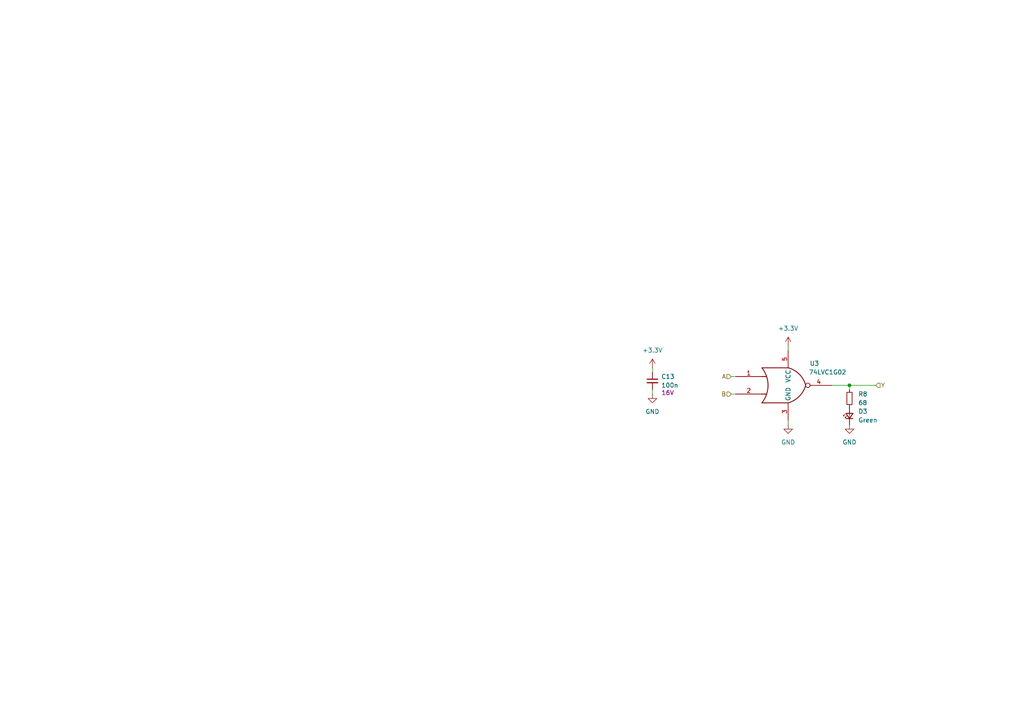
<source format=kicad_sch>
(kicad_sch (version 20230121) (generator eeschema)
  (paper "A4")
  (lib_symbols
    (symbol "74xGxx:74LVC1G02"
      (property "Reference" "U" (at -5.08 7.62 0))
      (property "Value" "74LVC1G02" (at 7.62 -7.62 0))
      (symbol "74LVC1G02_0_1"
        (arc (start -7.62 -5.08) (mid -5.838 0) (end -7.62 5.08) (stroke (width 0.254)))
        (arc (start 0 -5.08) (mid 3.1986 -3.2054) (end 5.08 0) (stroke (width 0.254)))
        (polyline (pts (xy -7.62 -2.54) (xy -6.35 -2.54)) (stroke (width 0.254)) (fill (type background)))
        (polyline (pts (xy -7.62 2.54) (xy -6.35 2.54)) (stroke (width 0.254)) (fill (type background)))
        (polyline (pts (xy 0 -5.08) (xy -7.62 -5.08)) (stroke (width 0.254)) (fill (type background)))
        (polyline (pts (xy 0 5.08) (xy -7.62 5.08)) (stroke (width 0.254)) (fill (type background)))
        (arc (start 5.08 0) (mid 3.2238 3.2304) (end 0 5.08) (stroke (width 0.254)))
      )
      (symbol "74LVC1G02_1_1"
        (pin input line (at -15.24 2.54 0) (length 7.62) (name "~") (number "1"))
        (pin input line (at -15.24 -2.54 0) (length 7.62) (name "~") (number "2"))
        (pin power_in line (at 0 -10.16 90) (length 5.08) (name "GND") (number "3"))
        (pin output inverted (at 12.7 0 180) (length 7.62) (name "~") (number "4"))
        (pin power_in line (at 0 10.16 270) (length 5.08) (name "VCC") (number "5"))
      )
    )
    (symbol "Device:C_Small" (pin_numbers hide) (pin_names (offset 0.254) hide)
      (property "Reference" "C" (at 0.254 1.778 0))
      (property "Value" "C_Small" (at 0.254 -2.032 0))
      (symbol "C_Small_0_1"
        (polyline (pts (xy -1.524 -0.508) (xy 1.524 -0.508)) (stroke (width 0.3302)))
        (polyline (pts (xy -1.524 0.508) (xy 1.524 0.508)) (stroke (width 0.3048)))
      )
      (symbol "C_Small_1_1"
        (pin passive line (at 0 2.54 270) (length 2.032) (name "~") (number "1"))
        (pin passive line (at 0 -2.54 90) (length 2.032) (name "~") (number "2"))
      )
    )
    (symbol "Device:LED_Small" (pin_numbers hide) (pin_names (offset 0.254) hide)
      (property "Reference" "D" (at -1.27 3.175 0))
      (property "Value" "LED_Small" (at -4.445 -2.54 0))
      (symbol "LED_Small_0_1"
        (polyline (pts (xy -0.762 -1.016) (xy -0.762 1.016)) (stroke (width 0.254)))
        (polyline (pts (xy 1.016 0) (xy -0.762 0)))
        (polyline (pts (xy 0.762 -1.016) (xy -0.762 0) (xy 0.762 1.016) (xy 0.762 -1.016)) (stroke (width 0.254)))
        (polyline (pts (xy 0 0.762) (xy -0.508 1.27) (xy -0.254 1.27) (xy -0.508 1.27) (xy -0.508 1.016)))
        (polyline (pts (xy 0.508 1.27) (xy 0 1.778) (xy 0.254 1.778) (xy 0 1.778) (xy 0 1.524)))
      )
      (symbol "LED_Small_1_1"
        (pin passive line (at -2.54 0 0) (length 1.778) (name "K") (number "1"))
        (pin passive line (at 2.54 0 180) (length 1.778) (name "A") (number "2"))
      )
    )
    (symbol "Device:R_Small" (pin_numbers hide) (pin_names (offset 0.254) hide)
      (property "Reference" "R" (at 0.762 0.508 0))
      (property "Value" "R_Small" (at 0.762 -1.016 0))
      (symbol "R_Small_0_1"
        (rectangle (start -0.762 1.778) (end 0.762 -1.778) (stroke (width 0.2032)))
      )
      (symbol "R_Small_1_1"
        (pin passive line (at 0 2.54 270) (length 0.762) (name "~") (number "1"))
        (pin passive line (at 0 -2.54 90) (length 0.762) (name "~") (number "2"))
      )
    )
    (symbol "power:+3.3V" (power) (pin_names (offset 0))
      (property "Value" "+3.3V" (at 0 3.556 0))
      (symbol "+3.3V_0_1"
        (polyline (pts (xy -0.762 1.27) (xy 0 2.54)))
        (polyline (pts (xy 0 0) (xy 0 2.54)))
        (polyline (pts (xy 0 2.54) (xy 0.762 1.27)))
      )
      (symbol "+3.3V_1_1"
        (pin power_in line (at 0 0 90) (length 0) hide (name "+3.3V") (number "1"))
      )
    )
    (symbol "power:GND" (power) (pin_names (offset 0))
      (property "Value" "GND" (at 0 -3.81 0))
      (symbol "GND_0_1"
        (polyline (pts (xy 0 0) (xy 0 -1.27) (xy 1.27 -1.27) (xy 0 -2.54) (xy -1.27 -1.27) (xy 0 -1.27)))
      )
      (symbol "GND_1_1"
        (pin power_in line (at 0 0 270) (length 0) hide (name "GND") (number "1"))
      )
    )
  )
  (junction (at 246.38 111.76))
  (wire (pts (xy 189.23 106.68) (xy 189.23 107.95)))
  (wire (pts (xy 228.6 121.92) (xy 228.6 123.19)))
  (wire (pts (xy 246.38 111.76) (xy 246.38 113.03)))
  (wire (pts (xy 246.38 111.76) (xy 254 111.76)))
  (wire (pts (xy 228.6 100.33) (xy 228.6 101.6)))
  (wire (pts (xy 212.09 114.3) (xy 213.36 114.3)))
  (wire (pts (xy 212.09 109.22) (xy 213.36 109.22)))
  (wire (pts (xy 241.3 111.76) (xy 246.38 111.76)))
  (wire (pts (xy 189.23 113.03) (xy 189.23 114.3)))
  (hierarchical_label "B" (shape input) (at 212.09 114.3 180))
  (hierarchical_label "A" (shape input) (at 212.09 109.22 180))
  (hierarchical_label "Y" (shape input) (at 254 111.76 0))
  (symbol (lib_id "power:GND") (at 246.38 123.19 0) (unit 1)
    (property "Reference" "#PWR037" (effects hide))
    (property "Value" "GND" (at 246.38 128.27 0))
    (instances (project "MasterAlimCAN" (path "" (reference "#PWR037") (unit 1)) (path "" (reference "#PWR042") (unit 1))))
  )
  (symbol (lib_id "power:+3.3V") (at 189.23 106.68 0) (unit 1)
    (property "Reference" "#PWR033" (effects hide))
    (property "Value" "+3.3V" (at 189.23 101.6 0))
    (instances (project "MasterAlimCAN" (path "" (reference "#PWR033") (unit 1)) (path "" (reference "#PWR038") (unit 1))))
  )
  (symbol (lib_id "Device:R_Small") (at 246.38 115.57 0) (unit 1)
    (property "Reference" "R8" (at 248.92 114.3 0) (effects (justify left)))
    (property "Value" "68" (at 248.92 116.84 0) (effects (justify left)))
    (property "Footprint" "Resistor_SMD:R_0805_2012Metric_Pad1.20x1.40mm_HandSolder" (effects hide))
    (property "LCSC Part" "C17802" (effects hide))
    (instances (project "MasterAlimCAN" (path "" (reference "R8") (unit 1)) (path "" (reference "R9") (unit 1))))
  )
  (symbol (lib_id "power:GND") (at 228.6 123.19 0) (unit 1)
    (property "Reference" "#PWR036" (effects hide))
    (property "Value" "GND" (at 228.6 128.27 0))
    (instances (project "MasterAlimCAN" (path "" (reference "#PWR036") (unit 1)) (path "" (reference "#PWR041") (unit 1))))
  )
  (symbol (lib_id "74xGxx:74LVC1G02") (at 228.6 111.76 0) (unit 1)
    (property "Reference" "U3" (at 236.22 105.41 0))
    (property "Value" "74LVC1G02" (at 240.03 107.95 0))
    (property "Footprint" "Package_TO_SOT_SMD:SOT-23-5_HandSoldering" (effects hide))
    (property "Datasheet" "https://www.ti.com/lit/ds/symlink/sn74lvc1g02.pdf" (effects hide))
    (property "LCSC Part" "C16360" (effects hide))
    (instances (project "MasterAlimCAN" (path "" (reference "U3") (unit 1)) (path "" (reference "U4") (unit 1))))
  )
  (symbol (lib_id "Device:LED_Small") (at 246.38 120.65 90) (unit 1)
    (property "Reference" "D3" (at 248.92 119.3165 90) (effects (justify right)))
    (property "Value" "Green" (at 248.92 121.8565 90) (effects (justify right)))
    (property "Footprint" "LED_SMD:LED_0805_2012Metric_Pad1.15x1.40mm_HandSolder" (effects hide))
    (property "Datasheet" "https://datasheet.lcsc.com/lcsc/1810181728_Everlight-Elec-17-21-GHC-XS1T2M-3T_C63855.pdf" (effects hide))
    (property "LCSC Part" "C63855" (effects hide))
    (instances (project "MasterAlimCAN" (path "" (reference "D3") (unit 1)) (path "" (reference "D4") (unit 1))))
  )
  (symbol (lib_id "power:+3.3V") (at 228.6 100.33 0) (unit 1)
    (property "Reference" "#PWR035" (effects hide))
    (property "Value" "+3.3V" (at 228.6 95.25 0))
    (instances (project "MasterAlimCAN" (path "" (reference "#PWR035") (unit 1)) (path "" (reference "#PWR040") (unit 1))))
  )
  (symbol (lib_id "Device:C_Small") (at 189.23 110.49 0) (unit 1)
    (property "Reference" "C13" (at 191.77 109.2263 0) (effects (justify left)))
    (property "Value" "100n" (at 191.77 111.7663 0) (effects (justify left)))
    (property "Footprint" "Capacitor_SMD:C_0402_1005Metric_Pad0.74x0.62mm_HandSolder" (effects hide))
    (property "LCSC Part" "C1525" (effects hide))
    (property "Tension" "16V" (at 193.675 113.919 0))
    (instances (project "MasterAlimCAN" (path "" (reference "C13") (unit 1)) (path "" (reference "C14") (unit 1))))
  )
  (symbol (lib_id "power:GND") (at 189.23 114.3 0) (unit 1)
    (property "Reference" "#PWR034" (effects hide))
    (property "Value" "GND" (at 189.23 119.38 0))
    (instances (project "MasterAlimCAN" (path "" (reference "#PWR034") (unit 1)) (path "" (reference "#PWR039") (unit 1))))
  )
)
</source>
